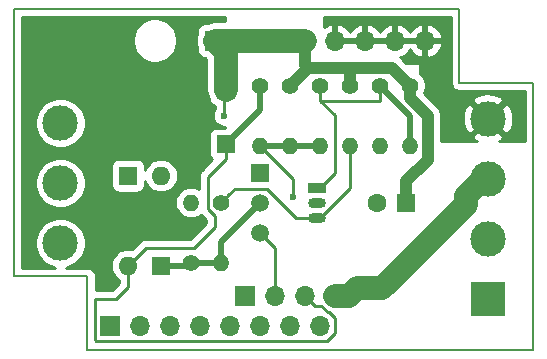
<source format=gtl>
G04 #@! TF.GenerationSoftware,KiCad,Pcbnew,5.1.4+dfsg1-1*
G04 #@! TF.CreationDate,2020-08-30T00:54:54+02:00*
G04 #@! TF.ProjectId,C64Saver2,43363453-6176-4657-9232-2e6b69636164,rev?*
G04 #@! TF.SameCoordinates,Original*
G04 #@! TF.FileFunction,Copper,L1,Top*
G04 #@! TF.FilePolarity,Positive*
%FSLAX46Y46*%
G04 Gerber Fmt 4.6, Leading zero omitted, Abs format (unit mm)*
G04 Created by KiCad (PCBNEW 5.1.4+dfsg1-1) date 2020-08-30 00:54:54*
%MOMM*%
%LPD*%
G04 APERTURE LIST*
%ADD10C,0.150000*%
%ADD11R,1.600000X1.600000*%
%ADD12C,1.600000*%
%ADD13C,3.000000*%
%ADD14R,3.000000X3.000000*%
%ADD15O,1.600000X1.600000*%
%ADD16O,1.500000X0.900000*%
%ADD17R,1.500000X0.900000*%
%ADD18R,1.600000X1.500000*%
%ADD19R,6.700000X6.500000*%
%ADD20R,3.200000X3.100000*%
%ADD21R,1.700000X1.700000*%
%ADD22O,1.700000X1.700000*%
%ADD23C,1.400000*%
%ADD24O,1.400000X1.400000*%
%ADD25C,1.520000*%
%ADD26R,1.520000X1.520000*%
%ADD27C,0.600000*%
%ADD28C,0.250000*%
%ADD29C,2.000000*%
%ADD30C,1.000000*%
%ADD31C,0.500000*%
%ADD32C,0.254000*%
G04 APERTURE END LIST*
D10*
X140462000Y-106299000D02*
X140462000Y-83693000D01*
X146685000Y-106299000D02*
X140462000Y-106299000D01*
X146685000Y-112522000D02*
X146685000Y-106299000D01*
X184404000Y-112522000D02*
X146685000Y-112522000D01*
X184404000Y-89916000D02*
X184404000Y-112522000D01*
X178181000Y-89916000D02*
X184404000Y-89916000D01*
X178181000Y-83693000D02*
X178181000Y-89916000D01*
X140462000Y-83693000D02*
X178181000Y-83693000D01*
D11*
X173696000Y-100076000D03*
D12*
X171196000Y-100076000D03*
D13*
X144399000Y-93345000D03*
X144399000Y-98425000D03*
D14*
X144399000Y-88265000D03*
D13*
X144399000Y-103505000D03*
D11*
X152908000Y-105410000D03*
D15*
X152908000Y-97790000D03*
D11*
X150114000Y-97790000D03*
D15*
X150114000Y-105410000D03*
D13*
X180594000Y-103124000D03*
X180594000Y-98044000D03*
D14*
X180594000Y-108204000D03*
D13*
X180594000Y-92964000D03*
D16*
X166116000Y-100076000D03*
X166116000Y-101346000D03*
D17*
X166116000Y-98806000D03*
D18*
X158397600Y-95111600D03*
X158397600Y-90511600D03*
D19*
X152247600Y-92811600D03*
D20*
X150497600Y-91111600D03*
X153997600Y-94511600D03*
X150497600Y-94511600D03*
X153997600Y-91111600D03*
D21*
X157480000Y-86360000D03*
D22*
X160020000Y-86360000D03*
X162560000Y-86360000D03*
X165100000Y-86360000D03*
X167640000Y-86360000D03*
X170180000Y-86360000D03*
X172720000Y-86360000D03*
X175260000Y-86360000D03*
D21*
X148590000Y-110490000D03*
D22*
X151130000Y-110490000D03*
X153670000Y-110490000D03*
X156210000Y-110490000D03*
X158750000Y-110490000D03*
X161290000Y-110490000D03*
X163830000Y-110490000D03*
X166370000Y-110490000D03*
D21*
X160020000Y-107950000D03*
D22*
X162560000Y-107950000D03*
X165100000Y-107950000D03*
X167640000Y-107950000D03*
D23*
X173990000Y-90170000D03*
D24*
X173990000Y-95250000D03*
D23*
X171450000Y-90170000D03*
D24*
X171450000Y-95250000D03*
D23*
X168910000Y-90170000D03*
D24*
X168910000Y-95250000D03*
D23*
X166370000Y-90170000D03*
D24*
X166370000Y-95250000D03*
D23*
X163830000Y-90170000D03*
D24*
X163830000Y-95250000D03*
D23*
X161290000Y-90170000D03*
D24*
X161290000Y-95250000D03*
D23*
X157988000Y-100076000D03*
D24*
X157988000Y-105156000D03*
D23*
X155448000Y-105156000D03*
D24*
X155448000Y-100076000D03*
D25*
X161290000Y-100076000D03*
X161290000Y-102616000D03*
D26*
X161290000Y-97536000D03*
D27*
X158242000Y-92710000D03*
X164084000Y-99568000D03*
D28*
X158242000Y-92710000D02*
X158242000Y-90667200D01*
X158242000Y-90667200D02*
X158397600Y-90511600D01*
D29*
X158397600Y-90511600D02*
X158397600Y-87277600D01*
X158397600Y-87277600D02*
X157480000Y-86360000D01*
D30*
X172489999Y-88669999D02*
X168910000Y-88669999D01*
X168910000Y-88669999D02*
X165330001Y-88669999D01*
X168910000Y-90170000D02*
X168910000Y-88669999D01*
X165100000Y-86360000D02*
X165100000Y-88439998D01*
X165100000Y-88439998D02*
X165330001Y-88669999D01*
X173990000Y-90170000D02*
X172489999Y-88669999D01*
X165330001Y-88669999D02*
X163830000Y-90170000D01*
X173990000Y-90170000D02*
X173990000Y-91225062D01*
X175490001Y-96481999D02*
X173696000Y-98276000D01*
X173990000Y-91225062D02*
X175490001Y-92725063D01*
X175490001Y-92725063D02*
X175490001Y-96481999D01*
X173696000Y-98276000D02*
X173696000Y-100076000D01*
X165100000Y-86360000D02*
X165197998Y-86360000D01*
D29*
X160020000Y-86360000D02*
X157480000Y-86360000D01*
X160020000Y-86360000D02*
X162560000Y-86360000D01*
X165100000Y-86360000D02*
X162560000Y-86360000D01*
X180213000Y-98044000D02*
X178713001Y-99543999D01*
X178713001Y-99543999D02*
X178713001Y-100265046D01*
X178713001Y-100265046D02*
X171657036Y-107321011D01*
X171657036Y-107321011D02*
X169471070Y-107321011D01*
X169471070Y-107321011D02*
X168842081Y-107950000D01*
X168842081Y-107950000D02*
X167640000Y-107950000D01*
D28*
X165100000Y-107950000D02*
X165949999Y-108799999D01*
X165949999Y-108799999D02*
X166474731Y-108799999D01*
X166474731Y-108799999D02*
X167039730Y-109364998D01*
X166982001Y-111765001D02*
X147399999Y-111765001D01*
X167039730Y-109364998D02*
X167132000Y-109364998D01*
X167132000Y-109364998D02*
X167645001Y-109877999D01*
X147320000Y-108204000D02*
X149098000Y-108204000D01*
X167645001Y-109877999D02*
X167645001Y-111102001D01*
X167645001Y-111102001D02*
X166982001Y-111765001D01*
X147399999Y-111765001D02*
X147314999Y-111680001D01*
X147314999Y-111680001D02*
X147314999Y-108209001D01*
X147314999Y-108209001D02*
X147320000Y-108204000D01*
X149098000Y-108204000D02*
X150114000Y-107188000D01*
X150114000Y-107188000D02*
X150114000Y-105410000D01*
X150114000Y-105410000D02*
X151638000Y-103886000D01*
X151638000Y-103886000D02*
X155702000Y-103886000D01*
X155702000Y-103886000D02*
X157447999Y-102140001D01*
X157447999Y-102140001D02*
X157447999Y-101201001D01*
X157447999Y-101201001D02*
X156862999Y-100616001D01*
X156862999Y-100616001D02*
X156862999Y-97896201D01*
X156862999Y-97896201D02*
X158397600Y-96361600D01*
X158397600Y-96361600D02*
X158397600Y-95111600D01*
D31*
X158397600Y-95111600D02*
X158447600Y-95111600D01*
X158447600Y-95111600D02*
X161290000Y-92269200D01*
X161290000Y-92269200D02*
X161290000Y-91159949D01*
X161290000Y-91159949D02*
X161290000Y-90170000D01*
D28*
X164084000Y-99568000D02*
X164084000Y-98044000D01*
X164084000Y-98044000D02*
X161290000Y-95250000D01*
X161290000Y-95250000D02*
X161798000Y-95758000D01*
X162560000Y-107950000D02*
X162560000Y-103886000D01*
X162560000Y-103886000D02*
X161290000Y-102616000D01*
D31*
X166370000Y-95250000D02*
X163830000Y-95250000D01*
X163830000Y-95250000D02*
X161290000Y-95250000D01*
X157988000Y-105156000D02*
X157988000Y-103378000D01*
X157988000Y-103378000D02*
X161290000Y-100076000D01*
X155448000Y-105156000D02*
X157988000Y-105156000D01*
X152908000Y-105410000D02*
X155194000Y-105410000D01*
X155194000Y-105410000D02*
X155448000Y-105156000D01*
D28*
X171450000Y-90170000D02*
X171450000Y-91440000D01*
X171450000Y-91440000D02*
X166370000Y-91440000D01*
X166370000Y-90170000D02*
X166370000Y-91159949D01*
X166370000Y-91159949D02*
X166370000Y-91440000D01*
X166116000Y-98806000D02*
X166416000Y-98806000D01*
X167620001Y-97601999D02*
X167620001Y-92690001D01*
X166416000Y-98806000D02*
X167620001Y-97601999D01*
X167620001Y-92690001D02*
X166370000Y-91440000D01*
D31*
X173990000Y-95250000D02*
X173990000Y-92710000D01*
X173990000Y-92710000D02*
X171450000Y-90170000D01*
D28*
X166116000Y-101346000D02*
X164313802Y-101346000D01*
X164313802Y-101346000D02*
X161858801Y-98890999D01*
X161858801Y-98890999D02*
X159173001Y-98890999D01*
X159173001Y-98890999D02*
X158687999Y-99376001D01*
X158687999Y-99376001D02*
X157988000Y-100076000D01*
X168910000Y-95250000D02*
X168910000Y-98852000D01*
X168910000Y-98852000D02*
X166416000Y-101346000D01*
X166416000Y-101346000D02*
X166116000Y-101346000D01*
D32*
G36*
X158369000Y-84725000D02*
G01*
X157560319Y-84725000D01*
X157480000Y-84717089D01*
X157399681Y-84725000D01*
X157399678Y-84725000D01*
X157159484Y-84748657D01*
X156851285Y-84842148D01*
X156795571Y-84871928D01*
X156630000Y-84871928D01*
X156505518Y-84884188D01*
X156385820Y-84920498D01*
X156275506Y-84979463D01*
X156178815Y-85058815D01*
X156099463Y-85155506D01*
X156040498Y-85265820D01*
X156004188Y-85385518D01*
X155991928Y-85510000D01*
X155991928Y-85675571D01*
X155962148Y-85731285D01*
X155868657Y-86039484D01*
X155837089Y-86360000D01*
X155868657Y-86680516D01*
X155962148Y-86988715D01*
X155991928Y-87044429D01*
X155991928Y-87210000D01*
X156004188Y-87334482D01*
X156040498Y-87454180D01*
X156099463Y-87564494D01*
X156178815Y-87661185D01*
X156275506Y-87740537D01*
X156385820Y-87799502D01*
X156505518Y-87835812D01*
X156630000Y-87848072D01*
X156655834Y-87848072D01*
X156762601Y-87954839D01*
X156762600Y-90591921D01*
X156786257Y-90832115D01*
X156879748Y-91140314D01*
X156962905Y-91295890D01*
X156971788Y-91386082D01*
X157008098Y-91505780D01*
X157067063Y-91616094D01*
X157146415Y-91712785D01*
X157243106Y-91792137D01*
X157353420Y-91851102D01*
X157473118Y-91887412D01*
X157482000Y-91888287D01*
X157482000Y-92164464D01*
X157413414Y-92267111D01*
X157342932Y-92437271D01*
X157307000Y-92617911D01*
X157307000Y-92802089D01*
X157342932Y-92982729D01*
X157413414Y-93152889D01*
X157515738Y-93306028D01*
X157645972Y-93436262D01*
X157799111Y-93538586D01*
X157969271Y-93609068D01*
X158149911Y-93645000D01*
X158334089Y-93645000D01*
X158369000Y-93638056D01*
X158369000Y-93723528D01*
X157597600Y-93723528D01*
X157473118Y-93735788D01*
X157353420Y-93772098D01*
X157243106Y-93831063D01*
X157146415Y-93910415D01*
X157067063Y-94007106D01*
X157008098Y-94117420D01*
X156971788Y-94237118D01*
X156959528Y-94361600D01*
X156959528Y-95861600D01*
X156971788Y-95986082D01*
X157008098Y-96105780D01*
X157067063Y-96216094D01*
X157146415Y-96312785D01*
X157243106Y-96392137D01*
X157275139Y-96409259D01*
X156351997Y-97332402D01*
X156322999Y-97356200D01*
X156299201Y-97385198D01*
X156299200Y-97385199D01*
X156228025Y-97471925D01*
X156157453Y-97603955D01*
X156113997Y-97747216D01*
X156099323Y-97896201D01*
X156103000Y-97933533D01*
X156103000Y-98912365D01*
X155961354Y-98836653D01*
X155709706Y-98760317D01*
X155513579Y-98741000D01*
X155382421Y-98741000D01*
X155186294Y-98760317D01*
X154934646Y-98836653D01*
X154702725Y-98960618D01*
X154499445Y-99127445D01*
X154332618Y-99330725D01*
X154208653Y-99562646D01*
X154132317Y-99814294D01*
X154106541Y-100076000D01*
X154132317Y-100337706D01*
X154208653Y-100589354D01*
X154332618Y-100821275D01*
X154499445Y-101024555D01*
X154702725Y-101191382D01*
X154934646Y-101315347D01*
X155186294Y-101391683D01*
X155382421Y-101411000D01*
X155513579Y-101411000D01*
X155709706Y-101391683D01*
X155961354Y-101315347D01*
X156193275Y-101191382D01*
X156288141Y-101113528D01*
X156322998Y-101156002D01*
X156352001Y-101179804D01*
X156688000Y-101515803D01*
X156687999Y-101825198D01*
X155387199Y-103126000D01*
X151675322Y-103126000D01*
X151637999Y-103122324D01*
X151600676Y-103126000D01*
X151600667Y-103126000D01*
X151489014Y-103136997D01*
X151345753Y-103180454D01*
X151213724Y-103251026D01*
X151213722Y-103251027D01*
X151213723Y-103251027D01*
X151126996Y-103322201D01*
X151126992Y-103322205D01*
X151097999Y-103345999D01*
X151074205Y-103374992D01*
X150439906Y-104009292D01*
X150395309Y-103995764D01*
X150184492Y-103975000D01*
X150043508Y-103975000D01*
X149832691Y-103995764D01*
X149562192Y-104077818D01*
X149312899Y-104211068D01*
X149094392Y-104390392D01*
X148915068Y-104608899D01*
X148781818Y-104858192D01*
X148699764Y-105128691D01*
X148672057Y-105410000D01*
X148699764Y-105691309D01*
X148781818Y-105961808D01*
X148915068Y-106211101D01*
X149094392Y-106429608D01*
X149312899Y-106608932D01*
X149354000Y-106630901D01*
X149354000Y-106873198D01*
X148783199Y-107444000D01*
X147395000Y-107444000D01*
X147395000Y-106333876D01*
X147398435Y-106299000D01*
X147384727Y-106159816D01*
X147344128Y-106025980D01*
X147278200Y-105902637D01*
X147189475Y-105794525D01*
X147081363Y-105705800D01*
X146958020Y-105639872D01*
X146824184Y-105599273D01*
X146719877Y-105589000D01*
X146685000Y-105585565D01*
X146650123Y-105589000D01*
X144865673Y-105589000D01*
X145021756Y-105557953D01*
X145410302Y-105397012D01*
X145759983Y-105163363D01*
X146057363Y-104865983D01*
X146291012Y-104516302D01*
X146451953Y-104127756D01*
X146534000Y-103715279D01*
X146534000Y-103294721D01*
X146451953Y-102882244D01*
X146291012Y-102493698D01*
X146057363Y-102144017D01*
X145759983Y-101846637D01*
X145410302Y-101612988D01*
X145021756Y-101452047D01*
X144609279Y-101370000D01*
X144188721Y-101370000D01*
X143776244Y-101452047D01*
X143387698Y-101612988D01*
X143038017Y-101846637D01*
X142740637Y-102144017D01*
X142506988Y-102493698D01*
X142346047Y-102882244D01*
X142264000Y-103294721D01*
X142264000Y-103715279D01*
X142346047Y-104127756D01*
X142506988Y-104516302D01*
X142740637Y-104865983D01*
X143038017Y-105163363D01*
X143387698Y-105397012D01*
X143776244Y-105557953D01*
X143932327Y-105589000D01*
X141172000Y-105589000D01*
X141172000Y-98214721D01*
X142264000Y-98214721D01*
X142264000Y-98635279D01*
X142346047Y-99047756D01*
X142506988Y-99436302D01*
X142740637Y-99785983D01*
X143038017Y-100083363D01*
X143387698Y-100317012D01*
X143776244Y-100477953D01*
X144188721Y-100560000D01*
X144609279Y-100560000D01*
X145021756Y-100477953D01*
X145410302Y-100317012D01*
X145759983Y-100083363D01*
X146057363Y-99785983D01*
X146291012Y-99436302D01*
X146451953Y-99047756D01*
X146534000Y-98635279D01*
X146534000Y-98214721D01*
X146451953Y-97802244D01*
X146291012Y-97413698D01*
X146057363Y-97064017D01*
X145983346Y-96990000D01*
X148675928Y-96990000D01*
X148675928Y-98590000D01*
X148688188Y-98714482D01*
X148724498Y-98834180D01*
X148783463Y-98944494D01*
X148862815Y-99041185D01*
X148959506Y-99120537D01*
X149069820Y-99179502D01*
X149189518Y-99215812D01*
X149314000Y-99228072D01*
X150914000Y-99228072D01*
X151038482Y-99215812D01*
X151158180Y-99179502D01*
X151268494Y-99120537D01*
X151365185Y-99041185D01*
X151444537Y-98944494D01*
X151503502Y-98834180D01*
X151539812Y-98714482D01*
X151552072Y-98590000D01*
X151552072Y-98263527D01*
X151575818Y-98341808D01*
X151709068Y-98591101D01*
X151888392Y-98809608D01*
X152106899Y-98988932D01*
X152356192Y-99122182D01*
X152626691Y-99204236D01*
X152837508Y-99225000D01*
X152978492Y-99225000D01*
X153189309Y-99204236D01*
X153459808Y-99122182D01*
X153709101Y-98988932D01*
X153927608Y-98809608D01*
X154106932Y-98591101D01*
X154240182Y-98341808D01*
X154322236Y-98071309D01*
X154349943Y-97790000D01*
X154322236Y-97508691D01*
X154240182Y-97238192D01*
X154106932Y-96988899D01*
X153927608Y-96770392D01*
X153709101Y-96591068D01*
X153459808Y-96457818D01*
X153189309Y-96375764D01*
X152978492Y-96355000D01*
X152837508Y-96355000D01*
X152626691Y-96375764D01*
X152356192Y-96457818D01*
X152106899Y-96591068D01*
X151888392Y-96770392D01*
X151709068Y-96988899D01*
X151575818Y-97238192D01*
X151552072Y-97316473D01*
X151552072Y-96990000D01*
X151539812Y-96865518D01*
X151503502Y-96745820D01*
X151444537Y-96635506D01*
X151365185Y-96538815D01*
X151268494Y-96459463D01*
X151158180Y-96400498D01*
X151038482Y-96364188D01*
X150914000Y-96351928D01*
X149314000Y-96351928D01*
X149189518Y-96364188D01*
X149069820Y-96400498D01*
X148959506Y-96459463D01*
X148862815Y-96538815D01*
X148783463Y-96635506D01*
X148724498Y-96745820D01*
X148688188Y-96865518D01*
X148675928Y-96990000D01*
X145983346Y-96990000D01*
X145759983Y-96766637D01*
X145410302Y-96532988D01*
X145021756Y-96372047D01*
X144609279Y-96290000D01*
X144188721Y-96290000D01*
X143776244Y-96372047D01*
X143387698Y-96532988D01*
X143038017Y-96766637D01*
X142740637Y-97064017D01*
X142506988Y-97413698D01*
X142346047Y-97802244D01*
X142264000Y-98214721D01*
X141172000Y-98214721D01*
X141172000Y-93134721D01*
X142264000Y-93134721D01*
X142264000Y-93555279D01*
X142346047Y-93967756D01*
X142506988Y-94356302D01*
X142740637Y-94705983D01*
X143038017Y-95003363D01*
X143387698Y-95237012D01*
X143776244Y-95397953D01*
X144188721Y-95480000D01*
X144609279Y-95480000D01*
X145021756Y-95397953D01*
X145410302Y-95237012D01*
X145759983Y-95003363D01*
X146057363Y-94705983D01*
X146291012Y-94356302D01*
X146451953Y-93967756D01*
X146534000Y-93555279D01*
X146534000Y-93134721D01*
X146451953Y-92722244D01*
X146291012Y-92333698D01*
X146057363Y-91984017D01*
X145759983Y-91686637D01*
X145410302Y-91452988D01*
X145021756Y-91292047D01*
X144609279Y-91210000D01*
X144188721Y-91210000D01*
X143776244Y-91292047D01*
X143387698Y-91452988D01*
X143038017Y-91686637D01*
X142740637Y-91984017D01*
X142506988Y-92333698D01*
X142346047Y-92722244D01*
X142264000Y-93134721D01*
X141172000Y-93134721D01*
X141172000Y-86171804D01*
X150520080Y-86171804D01*
X150520080Y-86543116D01*
X150592519Y-86907294D01*
X150734614Y-87250342D01*
X150940905Y-87559078D01*
X151203462Y-87821635D01*
X151512198Y-88027926D01*
X151855246Y-88170021D01*
X152219424Y-88242460D01*
X152590736Y-88242460D01*
X152954914Y-88170021D01*
X153297962Y-88027926D01*
X153606698Y-87821635D01*
X153869255Y-87559078D01*
X154075546Y-87250342D01*
X154217641Y-86907294D01*
X154290080Y-86543116D01*
X154290080Y-86171804D01*
X154217641Y-85807626D01*
X154075546Y-85464578D01*
X153869255Y-85155842D01*
X153606698Y-84893285D01*
X153297962Y-84686994D01*
X152954914Y-84544899D01*
X152590736Y-84472460D01*
X152219424Y-84472460D01*
X151855246Y-84544899D01*
X151512198Y-84686994D01*
X151203462Y-84893285D01*
X150940905Y-85155842D01*
X150734614Y-85464578D01*
X150592519Y-85807626D01*
X150520080Y-86171804D01*
X141172000Y-86171804D01*
X141172000Y-84403000D01*
X158369000Y-84403000D01*
X158369000Y-84725000D01*
X158369000Y-84725000D01*
G37*
X158369000Y-84725000D02*
X157560319Y-84725000D01*
X157480000Y-84717089D01*
X157399681Y-84725000D01*
X157399678Y-84725000D01*
X157159484Y-84748657D01*
X156851285Y-84842148D01*
X156795571Y-84871928D01*
X156630000Y-84871928D01*
X156505518Y-84884188D01*
X156385820Y-84920498D01*
X156275506Y-84979463D01*
X156178815Y-85058815D01*
X156099463Y-85155506D01*
X156040498Y-85265820D01*
X156004188Y-85385518D01*
X155991928Y-85510000D01*
X155991928Y-85675571D01*
X155962148Y-85731285D01*
X155868657Y-86039484D01*
X155837089Y-86360000D01*
X155868657Y-86680516D01*
X155962148Y-86988715D01*
X155991928Y-87044429D01*
X155991928Y-87210000D01*
X156004188Y-87334482D01*
X156040498Y-87454180D01*
X156099463Y-87564494D01*
X156178815Y-87661185D01*
X156275506Y-87740537D01*
X156385820Y-87799502D01*
X156505518Y-87835812D01*
X156630000Y-87848072D01*
X156655834Y-87848072D01*
X156762601Y-87954839D01*
X156762600Y-90591921D01*
X156786257Y-90832115D01*
X156879748Y-91140314D01*
X156962905Y-91295890D01*
X156971788Y-91386082D01*
X157008098Y-91505780D01*
X157067063Y-91616094D01*
X157146415Y-91712785D01*
X157243106Y-91792137D01*
X157353420Y-91851102D01*
X157473118Y-91887412D01*
X157482000Y-91888287D01*
X157482000Y-92164464D01*
X157413414Y-92267111D01*
X157342932Y-92437271D01*
X157307000Y-92617911D01*
X157307000Y-92802089D01*
X157342932Y-92982729D01*
X157413414Y-93152889D01*
X157515738Y-93306028D01*
X157645972Y-93436262D01*
X157799111Y-93538586D01*
X157969271Y-93609068D01*
X158149911Y-93645000D01*
X158334089Y-93645000D01*
X158369000Y-93638056D01*
X158369000Y-93723528D01*
X157597600Y-93723528D01*
X157473118Y-93735788D01*
X157353420Y-93772098D01*
X157243106Y-93831063D01*
X157146415Y-93910415D01*
X157067063Y-94007106D01*
X157008098Y-94117420D01*
X156971788Y-94237118D01*
X156959528Y-94361600D01*
X156959528Y-95861600D01*
X156971788Y-95986082D01*
X157008098Y-96105780D01*
X157067063Y-96216094D01*
X157146415Y-96312785D01*
X157243106Y-96392137D01*
X157275139Y-96409259D01*
X156351997Y-97332402D01*
X156322999Y-97356200D01*
X156299201Y-97385198D01*
X156299200Y-97385199D01*
X156228025Y-97471925D01*
X156157453Y-97603955D01*
X156113997Y-97747216D01*
X156099323Y-97896201D01*
X156103000Y-97933533D01*
X156103000Y-98912365D01*
X155961354Y-98836653D01*
X155709706Y-98760317D01*
X155513579Y-98741000D01*
X155382421Y-98741000D01*
X155186294Y-98760317D01*
X154934646Y-98836653D01*
X154702725Y-98960618D01*
X154499445Y-99127445D01*
X154332618Y-99330725D01*
X154208653Y-99562646D01*
X154132317Y-99814294D01*
X154106541Y-100076000D01*
X154132317Y-100337706D01*
X154208653Y-100589354D01*
X154332618Y-100821275D01*
X154499445Y-101024555D01*
X154702725Y-101191382D01*
X154934646Y-101315347D01*
X155186294Y-101391683D01*
X155382421Y-101411000D01*
X155513579Y-101411000D01*
X155709706Y-101391683D01*
X155961354Y-101315347D01*
X156193275Y-101191382D01*
X156288141Y-101113528D01*
X156322998Y-101156002D01*
X156352001Y-101179804D01*
X156688000Y-101515803D01*
X156687999Y-101825198D01*
X155387199Y-103126000D01*
X151675322Y-103126000D01*
X151637999Y-103122324D01*
X151600676Y-103126000D01*
X151600667Y-103126000D01*
X151489014Y-103136997D01*
X151345753Y-103180454D01*
X151213724Y-103251026D01*
X151213722Y-103251027D01*
X151213723Y-103251027D01*
X151126996Y-103322201D01*
X151126992Y-103322205D01*
X151097999Y-103345999D01*
X151074205Y-103374992D01*
X150439906Y-104009292D01*
X150395309Y-103995764D01*
X150184492Y-103975000D01*
X150043508Y-103975000D01*
X149832691Y-103995764D01*
X149562192Y-104077818D01*
X149312899Y-104211068D01*
X149094392Y-104390392D01*
X148915068Y-104608899D01*
X148781818Y-104858192D01*
X148699764Y-105128691D01*
X148672057Y-105410000D01*
X148699764Y-105691309D01*
X148781818Y-105961808D01*
X148915068Y-106211101D01*
X149094392Y-106429608D01*
X149312899Y-106608932D01*
X149354000Y-106630901D01*
X149354000Y-106873198D01*
X148783199Y-107444000D01*
X147395000Y-107444000D01*
X147395000Y-106333876D01*
X147398435Y-106299000D01*
X147384727Y-106159816D01*
X147344128Y-106025980D01*
X147278200Y-105902637D01*
X147189475Y-105794525D01*
X147081363Y-105705800D01*
X146958020Y-105639872D01*
X146824184Y-105599273D01*
X146719877Y-105589000D01*
X146685000Y-105585565D01*
X146650123Y-105589000D01*
X144865673Y-105589000D01*
X145021756Y-105557953D01*
X145410302Y-105397012D01*
X145759983Y-105163363D01*
X146057363Y-104865983D01*
X146291012Y-104516302D01*
X146451953Y-104127756D01*
X146534000Y-103715279D01*
X146534000Y-103294721D01*
X146451953Y-102882244D01*
X146291012Y-102493698D01*
X146057363Y-102144017D01*
X145759983Y-101846637D01*
X145410302Y-101612988D01*
X145021756Y-101452047D01*
X144609279Y-101370000D01*
X144188721Y-101370000D01*
X143776244Y-101452047D01*
X143387698Y-101612988D01*
X143038017Y-101846637D01*
X142740637Y-102144017D01*
X142506988Y-102493698D01*
X142346047Y-102882244D01*
X142264000Y-103294721D01*
X142264000Y-103715279D01*
X142346047Y-104127756D01*
X142506988Y-104516302D01*
X142740637Y-104865983D01*
X143038017Y-105163363D01*
X143387698Y-105397012D01*
X143776244Y-105557953D01*
X143932327Y-105589000D01*
X141172000Y-105589000D01*
X141172000Y-98214721D01*
X142264000Y-98214721D01*
X142264000Y-98635279D01*
X142346047Y-99047756D01*
X142506988Y-99436302D01*
X142740637Y-99785983D01*
X143038017Y-100083363D01*
X143387698Y-100317012D01*
X143776244Y-100477953D01*
X144188721Y-100560000D01*
X144609279Y-100560000D01*
X145021756Y-100477953D01*
X145410302Y-100317012D01*
X145759983Y-100083363D01*
X146057363Y-99785983D01*
X146291012Y-99436302D01*
X146451953Y-99047756D01*
X146534000Y-98635279D01*
X146534000Y-98214721D01*
X146451953Y-97802244D01*
X146291012Y-97413698D01*
X146057363Y-97064017D01*
X145983346Y-96990000D01*
X148675928Y-96990000D01*
X148675928Y-98590000D01*
X148688188Y-98714482D01*
X148724498Y-98834180D01*
X148783463Y-98944494D01*
X148862815Y-99041185D01*
X148959506Y-99120537D01*
X149069820Y-99179502D01*
X149189518Y-99215812D01*
X149314000Y-99228072D01*
X150914000Y-99228072D01*
X151038482Y-99215812D01*
X151158180Y-99179502D01*
X151268494Y-99120537D01*
X151365185Y-99041185D01*
X151444537Y-98944494D01*
X151503502Y-98834180D01*
X151539812Y-98714482D01*
X151552072Y-98590000D01*
X151552072Y-98263527D01*
X151575818Y-98341808D01*
X151709068Y-98591101D01*
X151888392Y-98809608D01*
X152106899Y-98988932D01*
X152356192Y-99122182D01*
X152626691Y-99204236D01*
X152837508Y-99225000D01*
X152978492Y-99225000D01*
X153189309Y-99204236D01*
X153459808Y-99122182D01*
X153709101Y-98988932D01*
X153927608Y-98809608D01*
X154106932Y-98591101D01*
X154240182Y-98341808D01*
X154322236Y-98071309D01*
X154349943Y-97790000D01*
X154322236Y-97508691D01*
X154240182Y-97238192D01*
X154106932Y-96988899D01*
X153927608Y-96770392D01*
X153709101Y-96591068D01*
X153459808Y-96457818D01*
X153189309Y-96375764D01*
X152978492Y-96355000D01*
X152837508Y-96355000D01*
X152626691Y-96375764D01*
X152356192Y-96457818D01*
X152106899Y-96591068D01*
X151888392Y-96770392D01*
X151709068Y-96988899D01*
X151575818Y-97238192D01*
X151552072Y-97316473D01*
X151552072Y-96990000D01*
X151539812Y-96865518D01*
X151503502Y-96745820D01*
X151444537Y-96635506D01*
X151365185Y-96538815D01*
X151268494Y-96459463D01*
X151158180Y-96400498D01*
X151038482Y-96364188D01*
X150914000Y-96351928D01*
X149314000Y-96351928D01*
X149189518Y-96364188D01*
X149069820Y-96400498D01*
X148959506Y-96459463D01*
X148862815Y-96538815D01*
X148783463Y-96635506D01*
X148724498Y-96745820D01*
X148688188Y-96865518D01*
X148675928Y-96990000D01*
X145983346Y-96990000D01*
X145759983Y-96766637D01*
X145410302Y-96532988D01*
X145021756Y-96372047D01*
X144609279Y-96290000D01*
X144188721Y-96290000D01*
X143776244Y-96372047D01*
X143387698Y-96532988D01*
X143038017Y-96766637D01*
X142740637Y-97064017D01*
X142506988Y-97413698D01*
X142346047Y-97802244D01*
X142264000Y-98214721D01*
X141172000Y-98214721D01*
X141172000Y-93134721D01*
X142264000Y-93134721D01*
X142264000Y-93555279D01*
X142346047Y-93967756D01*
X142506988Y-94356302D01*
X142740637Y-94705983D01*
X143038017Y-95003363D01*
X143387698Y-95237012D01*
X143776244Y-95397953D01*
X144188721Y-95480000D01*
X144609279Y-95480000D01*
X145021756Y-95397953D01*
X145410302Y-95237012D01*
X145759983Y-95003363D01*
X146057363Y-94705983D01*
X146291012Y-94356302D01*
X146451953Y-93967756D01*
X146534000Y-93555279D01*
X146534000Y-93134721D01*
X146451953Y-92722244D01*
X146291012Y-92333698D01*
X146057363Y-91984017D01*
X145759983Y-91686637D01*
X145410302Y-91452988D01*
X145021756Y-91292047D01*
X144609279Y-91210000D01*
X144188721Y-91210000D01*
X143776244Y-91292047D01*
X143387698Y-91452988D01*
X143038017Y-91686637D01*
X142740637Y-91984017D01*
X142506988Y-92333698D01*
X142346047Y-92722244D01*
X142264000Y-93134721D01*
X141172000Y-93134721D01*
X141172000Y-86171804D01*
X150520080Y-86171804D01*
X150520080Y-86543116D01*
X150592519Y-86907294D01*
X150734614Y-87250342D01*
X150940905Y-87559078D01*
X151203462Y-87821635D01*
X151512198Y-88027926D01*
X151855246Y-88170021D01*
X152219424Y-88242460D01*
X152590736Y-88242460D01*
X152954914Y-88170021D01*
X153297962Y-88027926D01*
X153606698Y-87821635D01*
X153869255Y-87559078D01*
X154075546Y-87250342D01*
X154217641Y-86907294D01*
X154290080Y-86543116D01*
X154290080Y-86171804D01*
X154217641Y-85807626D01*
X154075546Y-85464578D01*
X153869255Y-85155842D01*
X153606698Y-84893285D01*
X153297962Y-84686994D01*
X152954914Y-84544899D01*
X152590736Y-84472460D01*
X152219424Y-84472460D01*
X151855246Y-84544899D01*
X151512198Y-84686994D01*
X151203462Y-84893285D01*
X150940905Y-85155842D01*
X150734614Y-85464578D01*
X150592519Y-85807626D01*
X150520080Y-86171804D01*
X141172000Y-86171804D01*
X141172000Y-84403000D01*
X158369000Y-84403000D01*
X158369000Y-84725000D01*
G36*
X177471001Y-89881113D02*
G01*
X177467565Y-89916000D01*
X177481273Y-90055184D01*
X177521872Y-90189020D01*
X177587800Y-90312363D01*
X177676525Y-90420475D01*
X177784637Y-90509200D01*
X177907980Y-90575128D01*
X178041816Y-90615727D01*
X178146123Y-90626000D01*
X178181000Y-90629435D01*
X178215877Y-90626000D01*
X183694000Y-90626000D01*
X183694000Y-94869000D01*
X181567091Y-94869000D01*
X181750038Y-94771214D01*
X181906048Y-94455653D01*
X180594000Y-93143605D01*
X179281952Y-94455653D01*
X179437962Y-94771214D01*
X179630034Y-94869000D01*
X176625001Y-94869000D01*
X176625001Y-93006824D01*
X178449098Y-93006824D01*
X178498666Y-93424451D01*
X178628757Y-93824383D01*
X178786786Y-94120038D01*
X179102347Y-94276048D01*
X180414395Y-92964000D01*
X180773605Y-92964000D01*
X182085653Y-94276048D01*
X182401214Y-94120038D01*
X182592020Y-93745255D01*
X182706044Y-93340449D01*
X182738902Y-92921176D01*
X182689334Y-92503549D01*
X182559243Y-92103617D01*
X182401214Y-91807962D01*
X182085653Y-91651952D01*
X180773605Y-92964000D01*
X180414395Y-92964000D01*
X179102347Y-91651952D01*
X178786786Y-91807962D01*
X178595980Y-92182745D01*
X178481956Y-92587551D01*
X178449098Y-93006824D01*
X176625001Y-93006824D01*
X176625001Y-92780815D01*
X176630492Y-92725063D01*
X176608578Y-92502564D01*
X176543677Y-92288616D01*
X176438285Y-92091440D01*
X176424772Y-92074974D01*
X176296450Y-91918614D01*
X176253141Y-91883071D01*
X175842417Y-91472347D01*
X179281952Y-91472347D01*
X180594000Y-92784395D01*
X181906048Y-91472347D01*
X181750038Y-91156786D01*
X181375255Y-90965980D01*
X180970449Y-90851956D01*
X180551176Y-90819098D01*
X180133549Y-90868666D01*
X179733617Y-90998757D01*
X179437962Y-91156786D01*
X179281952Y-91472347D01*
X175842417Y-91472347D01*
X175172808Y-90802738D01*
X175173061Y-90802359D01*
X175273696Y-90559405D01*
X175325000Y-90301486D01*
X175325000Y-90038514D01*
X175273696Y-89780595D01*
X175173061Y-89537641D01*
X175026962Y-89318987D01*
X174879000Y-89171025D01*
X174879000Y-88392000D01*
X174876560Y-88367224D01*
X174869333Y-88343399D01*
X174857597Y-88321443D01*
X174841803Y-88302197D01*
X174822557Y-88286403D01*
X174800601Y-88274667D01*
X174776776Y-88267440D01*
X174752000Y-88265000D01*
X173690131Y-88265000D01*
X173331995Y-87906864D01*
X173296448Y-87863550D01*
X173181973Y-87769603D01*
X173224099Y-87756825D01*
X173486920Y-87631641D01*
X173720269Y-87457588D01*
X173915178Y-87241355D01*
X173990000Y-87115745D01*
X174064822Y-87241355D01*
X174259731Y-87457588D01*
X174493080Y-87631641D01*
X174755901Y-87756825D01*
X174903110Y-87801476D01*
X175133000Y-87680155D01*
X175133000Y-86487000D01*
X175387000Y-86487000D01*
X175387000Y-87680155D01*
X175616890Y-87801476D01*
X175764099Y-87756825D01*
X176026920Y-87631641D01*
X176260269Y-87457588D01*
X176455178Y-87241355D01*
X176604157Y-86991252D01*
X176701481Y-86716891D01*
X176580814Y-86487000D01*
X175387000Y-86487000D01*
X175133000Y-86487000D01*
X172847000Y-86487000D01*
X172847000Y-86507000D01*
X172593000Y-86507000D01*
X172593000Y-86487000D01*
X170307000Y-86487000D01*
X170307000Y-86507000D01*
X170053000Y-86507000D01*
X170053000Y-86487000D01*
X167767000Y-86487000D01*
X167767000Y-86507000D01*
X167513000Y-86507000D01*
X167513000Y-86487000D01*
X167493000Y-86487000D01*
X167493000Y-86233000D01*
X167513000Y-86233000D01*
X167513000Y-85039845D01*
X167767000Y-85039845D01*
X167767000Y-86233000D01*
X170053000Y-86233000D01*
X170053000Y-85039845D01*
X170307000Y-85039845D01*
X170307000Y-86233000D01*
X172593000Y-86233000D01*
X172593000Y-85039845D01*
X172847000Y-85039845D01*
X172847000Y-86233000D01*
X175133000Y-86233000D01*
X175133000Y-85039845D01*
X175387000Y-85039845D01*
X175387000Y-86233000D01*
X176580814Y-86233000D01*
X176701481Y-86003109D01*
X176604157Y-85728748D01*
X176455178Y-85478645D01*
X176260269Y-85262412D01*
X176026920Y-85088359D01*
X175764099Y-84963175D01*
X175616890Y-84918524D01*
X175387000Y-85039845D01*
X175133000Y-85039845D01*
X174903110Y-84918524D01*
X174755901Y-84963175D01*
X174493080Y-85088359D01*
X174259731Y-85262412D01*
X174064822Y-85478645D01*
X173990000Y-85604255D01*
X173915178Y-85478645D01*
X173720269Y-85262412D01*
X173486920Y-85088359D01*
X173224099Y-84963175D01*
X173076890Y-84918524D01*
X172847000Y-85039845D01*
X172593000Y-85039845D01*
X172363110Y-84918524D01*
X172215901Y-84963175D01*
X171953080Y-85088359D01*
X171719731Y-85262412D01*
X171524822Y-85478645D01*
X171450000Y-85604255D01*
X171375178Y-85478645D01*
X171180269Y-85262412D01*
X170946920Y-85088359D01*
X170684099Y-84963175D01*
X170536890Y-84918524D01*
X170307000Y-85039845D01*
X170053000Y-85039845D01*
X169823110Y-84918524D01*
X169675901Y-84963175D01*
X169413080Y-85088359D01*
X169179731Y-85262412D01*
X168984822Y-85478645D01*
X168910000Y-85604255D01*
X168835178Y-85478645D01*
X168640269Y-85262412D01*
X168406920Y-85088359D01*
X168144099Y-84963175D01*
X167996890Y-84918524D01*
X167767000Y-85039845D01*
X167513000Y-85039845D01*
X167283110Y-84918524D01*
X167135901Y-84963175D01*
X166873080Y-85088359D01*
X166751000Y-85179417D01*
X166751000Y-84403000D01*
X177471000Y-84403000D01*
X177471001Y-89881113D01*
X177471001Y-89881113D01*
G37*
X177471001Y-89881113D02*
X177467565Y-89916000D01*
X177481273Y-90055184D01*
X177521872Y-90189020D01*
X177587800Y-90312363D01*
X177676525Y-90420475D01*
X177784637Y-90509200D01*
X177907980Y-90575128D01*
X178041816Y-90615727D01*
X178146123Y-90626000D01*
X178181000Y-90629435D01*
X178215877Y-90626000D01*
X183694000Y-90626000D01*
X183694000Y-94869000D01*
X181567091Y-94869000D01*
X181750038Y-94771214D01*
X181906048Y-94455653D01*
X180594000Y-93143605D01*
X179281952Y-94455653D01*
X179437962Y-94771214D01*
X179630034Y-94869000D01*
X176625001Y-94869000D01*
X176625001Y-93006824D01*
X178449098Y-93006824D01*
X178498666Y-93424451D01*
X178628757Y-93824383D01*
X178786786Y-94120038D01*
X179102347Y-94276048D01*
X180414395Y-92964000D01*
X180773605Y-92964000D01*
X182085653Y-94276048D01*
X182401214Y-94120038D01*
X182592020Y-93745255D01*
X182706044Y-93340449D01*
X182738902Y-92921176D01*
X182689334Y-92503549D01*
X182559243Y-92103617D01*
X182401214Y-91807962D01*
X182085653Y-91651952D01*
X180773605Y-92964000D01*
X180414395Y-92964000D01*
X179102347Y-91651952D01*
X178786786Y-91807962D01*
X178595980Y-92182745D01*
X178481956Y-92587551D01*
X178449098Y-93006824D01*
X176625001Y-93006824D01*
X176625001Y-92780815D01*
X176630492Y-92725063D01*
X176608578Y-92502564D01*
X176543677Y-92288616D01*
X176438285Y-92091440D01*
X176424772Y-92074974D01*
X176296450Y-91918614D01*
X176253141Y-91883071D01*
X175842417Y-91472347D01*
X179281952Y-91472347D01*
X180594000Y-92784395D01*
X181906048Y-91472347D01*
X181750038Y-91156786D01*
X181375255Y-90965980D01*
X180970449Y-90851956D01*
X180551176Y-90819098D01*
X180133549Y-90868666D01*
X179733617Y-90998757D01*
X179437962Y-91156786D01*
X179281952Y-91472347D01*
X175842417Y-91472347D01*
X175172808Y-90802738D01*
X175173061Y-90802359D01*
X175273696Y-90559405D01*
X175325000Y-90301486D01*
X175325000Y-90038514D01*
X175273696Y-89780595D01*
X175173061Y-89537641D01*
X175026962Y-89318987D01*
X174879000Y-89171025D01*
X174879000Y-88392000D01*
X174876560Y-88367224D01*
X174869333Y-88343399D01*
X174857597Y-88321443D01*
X174841803Y-88302197D01*
X174822557Y-88286403D01*
X174800601Y-88274667D01*
X174776776Y-88267440D01*
X174752000Y-88265000D01*
X173690131Y-88265000D01*
X173331995Y-87906864D01*
X173296448Y-87863550D01*
X173181973Y-87769603D01*
X173224099Y-87756825D01*
X173486920Y-87631641D01*
X173720269Y-87457588D01*
X173915178Y-87241355D01*
X173990000Y-87115745D01*
X174064822Y-87241355D01*
X174259731Y-87457588D01*
X174493080Y-87631641D01*
X174755901Y-87756825D01*
X174903110Y-87801476D01*
X175133000Y-87680155D01*
X175133000Y-86487000D01*
X175387000Y-86487000D01*
X175387000Y-87680155D01*
X175616890Y-87801476D01*
X175764099Y-87756825D01*
X176026920Y-87631641D01*
X176260269Y-87457588D01*
X176455178Y-87241355D01*
X176604157Y-86991252D01*
X176701481Y-86716891D01*
X176580814Y-86487000D01*
X175387000Y-86487000D01*
X175133000Y-86487000D01*
X172847000Y-86487000D01*
X172847000Y-86507000D01*
X172593000Y-86507000D01*
X172593000Y-86487000D01*
X170307000Y-86487000D01*
X170307000Y-86507000D01*
X170053000Y-86507000D01*
X170053000Y-86487000D01*
X167767000Y-86487000D01*
X167767000Y-86507000D01*
X167513000Y-86507000D01*
X167513000Y-86487000D01*
X167493000Y-86487000D01*
X167493000Y-86233000D01*
X167513000Y-86233000D01*
X167513000Y-85039845D01*
X167767000Y-85039845D01*
X167767000Y-86233000D01*
X170053000Y-86233000D01*
X170053000Y-85039845D01*
X170307000Y-85039845D01*
X170307000Y-86233000D01*
X172593000Y-86233000D01*
X172593000Y-85039845D01*
X172847000Y-85039845D01*
X172847000Y-86233000D01*
X175133000Y-86233000D01*
X175133000Y-85039845D01*
X175387000Y-85039845D01*
X175387000Y-86233000D01*
X176580814Y-86233000D01*
X176701481Y-86003109D01*
X176604157Y-85728748D01*
X176455178Y-85478645D01*
X176260269Y-85262412D01*
X176026920Y-85088359D01*
X175764099Y-84963175D01*
X175616890Y-84918524D01*
X175387000Y-85039845D01*
X175133000Y-85039845D01*
X174903110Y-84918524D01*
X174755901Y-84963175D01*
X174493080Y-85088359D01*
X174259731Y-85262412D01*
X174064822Y-85478645D01*
X173990000Y-85604255D01*
X173915178Y-85478645D01*
X173720269Y-85262412D01*
X173486920Y-85088359D01*
X173224099Y-84963175D01*
X173076890Y-84918524D01*
X172847000Y-85039845D01*
X172593000Y-85039845D01*
X172363110Y-84918524D01*
X172215901Y-84963175D01*
X171953080Y-85088359D01*
X171719731Y-85262412D01*
X171524822Y-85478645D01*
X171450000Y-85604255D01*
X171375178Y-85478645D01*
X171180269Y-85262412D01*
X170946920Y-85088359D01*
X170684099Y-84963175D01*
X170536890Y-84918524D01*
X170307000Y-85039845D01*
X170053000Y-85039845D01*
X169823110Y-84918524D01*
X169675901Y-84963175D01*
X169413080Y-85088359D01*
X169179731Y-85262412D01*
X168984822Y-85478645D01*
X168910000Y-85604255D01*
X168835178Y-85478645D01*
X168640269Y-85262412D01*
X168406920Y-85088359D01*
X168144099Y-84963175D01*
X167996890Y-84918524D01*
X167767000Y-85039845D01*
X167513000Y-85039845D01*
X167283110Y-84918524D01*
X167135901Y-84963175D01*
X166873080Y-85088359D01*
X166751000Y-85179417D01*
X166751000Y-84403000D01*
X177471000Y-84403000D01*
X177471001Y-89881113D01*
M02*

</source>
